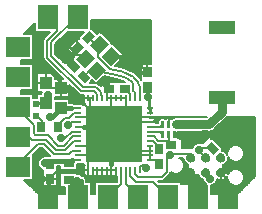
<source format=gtl>
G04 DipTrace 2.4.0.2*
%IN2dB-SBLE.gtl*%
%MOIN*%
%ADD13C,0.008*%
%ADD14C,0.029*%
%ADD15C,0.015*%
%ADD16C,0.006*%
%ADD17C,0.007*%
%ADD18C,0.01*%
%ADD19R,0.0354X0.0276*%
%ADD20R,0.0394X0.0433*%
%ADD21R,0.0276X0.0354*%
%ADD22R,0.0354X0.0295*%
%ADD23R,0.08X0.0669*%
%ADD24R,0.0669X0.08*%
%ADD25R,0.0295X0.0354*%
%ADD26R,0.0197X0.0236*%
%ADD29O,0.0256X0.0079*%
%ADD30O,0.0079X0.0256*%
%ADD31R,0.185X0.185*%
%ADD32C,0.028*%
%ADD34C,0.028*%
%FSLAX44Y44*%
G04*
G70*
G90*
G75*
G01*
%LNTop*%
%LPD*%
X9146Y6353D2*
D13*
X9208D1*
D14*
X10311D1*
X10736Y6778D1*
Y7247D1*
X4862Y7742D2*
D13*
X5040Y7564D1*
X5348D1*
X6258Y4842D2*
Y5172D1*
X7871Y6785D1*
X6258Y4842D2*
X6028D1*
X5971D1*
Y4772D1*
X5186D1*
X5007Y4592D1*
Y4529D1*
X5438Y9106D2*
X5472D1*
X5613Y9247D1*
Y8918D1*
X5848Y8682D1*
X6168D1*
Y8541D1*
X6028Y4846D2*
Y4842D1*
X4702Y8175D2*
Y8531D1*
X4593Y8640D1*
Y8669D1*
Y8506D1*
X5592Y7507D1*
Y7530D1*
X5348Y7564D2*
X5558D1*
X5592Y7530D1*
X5564Y7564D2*
X6074Y7054D1*
X6050D1*
X5908Y7195D1*
X5902D1*
X8315Y6585D2*
X7833D1*
X7597Y6821D1*
X7518D1*
X7282D1*
X7578D1*
X7911D1*
Y6427D1*
X8315D1*
X7282Y6821D2*
X6965Y6822D1*
X6332D1*
X5959Y7195D1*
X5902D1*
X7578Y6821D2*
X7090Y6333D1*
Y5886D1*
X7105Y5872D1*
Y6019D1*
X7871Y6785D1*
X8950Y6353D2*
Y6564D1*
X8548D1*
X8336D1*
X8315Y6585D1*
Y6427D2*
X8412D1*
X8548Y6564D1*
X8245Y8095D2*
X8192Y8042D1*
X7918D1*
X7335Y8624D1*
X7031D1*
X5911Y8896D2*
X5648D1*
X5438Y9106D1*
X10854Y4909D2*
Y4908D1*
X10684Y4738D1*
X9146Y6019D2*
X9449D1*
X9478Y5989D1*
X7045Y7224D2*
Y6902D1*
X6965Y6822D1*
X6888Y7224D2*
X7518D1*
X7045D2*
X7203D1*
X7360D1*
X7518D1*
Y6821D1*
X4937Y3937D2*
Y4460D1*
X5007Y4529D1*
X6415Y4842D2*
X6573D1*
X6730D1*
X6888D1*
X7045D1*
X7203D1*
X5933Y5325D2*
X6323D1*
X6358Y5360D1*
X6725D1*
X6731Y5367D1*
X7104D1*
X7457D1*
X7464Y5373D1*
X7830D1*
X7939Y5482D1*
X8315D1*
Y5640D2*
Y5482D1*
Y5325D1*
Y5167D1*
X5933Y6585D2*
X6839D1*
X7090Y6333D1*
X7045Y4842D2*
Y5308D1*
X7104Y5367D1*
X9537Y5680D2*
Y5931D1*
X9478Y5989D1*
X10054Y5921D2*
X9546D1*
X8645Y5023D2*
X8621D1*
X8489Y5154D1*
X8328D1*
X8315Y5167D1*
Y5325D2*
X7879D1*
X7830Y5373D1*
X10937Y3937D2*
X10837D1*
Y4585D1*
X10684Y4738D1*
X5933Y5640D2*
X6725D1*
X7871Y6785D1*
X8315Y6585D2*
X7985D1*
X7909Y6509D1*
X7992Y6427D1*
X8315D1*
X6888Y7224D2*
Y7466D1*
X6972Y7550D1*
X6332Y6822D2*
Y7151D1*
X6258Y7224D1*
X6415D2*
X5931D1*
X5902Y7195D1*
X5775Y8304D2*
Y8311D1*
X5659Y8427D1*
X5285Y8768D2*
Y8953D1*
X5438Y9106D1*
X7414Y8550D2*
X7790D1*
X8245Y8095D1*
X4575Y9240D2*
Y8687D1*
X4593Y8669D1*
X4545Y4868D2*
Y5287D1*
X4711Y5454D1*
X7677Y8270D2*
X7905Y8042D1*
X7918D1*
X5933Y6270D2*
X6136D1*
D15*
X6888D1*
X7124Y6033D1*
X7045Y4842D2*
D13*
Y5045D1*
D15*
Y5955D1*
X7124Y6033D1*
X8993Y5339D2*
D13*
Y5285D1*
X9089Y5381D1*
X9684D1*
Y5238D1*
X10184Y4738D2*
Y4695D1*
X10332Y4547D1*
X7833Y4842D2*
Y4711D1*
X7942Y4603D1*
X8717D1*
X8883Y4768D1*
Y5229D1*
X8993Y5339D1*
X7990Y4842D2*
Y4943D1*
X8055Y5008D1*
X8102D1*
X8199Y4911D1*
X9963Y5506D2*
Y5460D1*
X10184Y5238D1*
X10416Y5559D2*
X10015D1*
X9963Y5506D1*
X8315Y6112D2*
D16*
X8670D1*
X8758Y6045D1*
X8753Y6019D1*
X5933Y5167D2*
D13*
X5745D1*
D15*
Y5127D1*
X5093D1*
X5007Y5041D1*
X5348Y6895D2*
Y6811D1*
X5269D1*
X5072Y6613D1*
X4986D1*
X4830Y5054D2*
X4994D1*
X5007Y5041D1*
X5612Y5058D2*
Y5132D1*
X5097D1*
X5612Y5135D2*
X4911D1*
X4830Y5054D1*
X5348Y6895D2*
Y6891D1*
X5698D1*
D13*
X5732Y6925D1*
Y6900D1*
X5933D1*
X8753Y6353D2*
D16*
X8669Y6270D1*
X8315D1*
X5937Y9937D2*
D13*
X5896D1*
X5044Y9085D1*
Y8647D1*
X6086Y7606D1*
X6506D1*
G02X6667Y7470I-325J-545D01*
G01*
G02X6730Y7239I-570J-280D01*
G01*
Y7224D1*
X7675D2*
Y7378D1*
X7551Y7502D1*
X7532D1*
X7484Y7550D1*
X6557Y8151D2*
X6345D1*
X6137Y7942D1*
X6557Y8151D2*
X6746D1*
X6814Y8083D1*
G03X7348Y7966I1386J5058D01*
G01*
G02X7722Y7779I-174J-814D01*
G01*
G02X7773Y7665I-64J-97D01*
G01*
Y7482D1*
X7833Y7422D1*
Y7224D1*
X7990D2*
Y7590D1*
G02X7914Y7785I177J182D01*
G01*
G03X7766Y7944I-909J-698D01*
G01*
G03X6989Y8194I-876J-1387D01*
G01*
D17*
X6589Y8594D1*
D13*
Y8832D1*
X6706Y8949D1*
X6641Y9014D1*
X6517D1*
X6273Y9258D1*
X5250Y6273D2*
Y6329D1*
X5488Y6567D1*
X5625D1*
X5800Y6742D1*
X5933D1*
X4699Y6273D2*
X4726D1*
Y6463D1*
X4546Y6642D1*
X4520D1*
Y7036D2*
D18*
Y7067D1*
X4862D1*
Y7073D1*
X8245Y7584D2*
Y7378D1*
X8298Y7325D1*
Y6882D1*
X8315Y6900D1*
Y6742D1*
X4862Y7073D2*
Y7259D1*
X4929Y7326D1*
X8269Y7270D2*
Y7388D1*
X8245Y7412D1*
Y7584D1*
X8950Y6019D2*
D16*
Y5814D1*
X8908D1*
X8970D1*
X9025Y5759D1*
Y5680D1*
X8315Y5955D2*
X8469D1*
X8609Y5814D1*
X8908D1*
X8645Y5535D2*
Y5592D1*
X8440Y5797D1*
X8315D1*
X4937Y9937D2*
D13*
X5232D1*
Y9478D1*
X4904Y9150D1*
Y8583D1*
X6033Y7454D1*
X6472D1*
G02X6569Y7216I-109J-183D01*
G01*
X6573Y7224D1*
X5933Y6427D2*
X5703D1*
X5600Y6324D1*
X5933Y6112D2*
X5718D1*
X5497Y5891D1*
X5357D1*
X5933Y5955D2*
X5761D1*
X5452Y5646D1*
X5261D1*
X4916Y5991D1*
X4508D1*
X4448Y6052D1*
Y6338D1*
X3875Y6912D1*
X3962D1*
X3937Y6937D1*
X5933Y5797D2*
X5802D1*
X5507Y5502D1*
X5204D1*
X4855Y5850D1*
X4397D1*
X4310Y5937D1*
X3937D1*
X5933Y5482D2*
X5742D1*
X5621Y5361D1*
X5145D1*
X4798Y5708D1*
X4602D1*
X3831Y4937D1*
X3937D1*
X7360Y4842D2*
Y4360D1*
X6937Y3937D1*
X7518Y4842D2*
Y4356D1*
X7937Y3937D1*
X7675Y4842D2*
Y4631D1*
X7862Y4444D1*
X8430D1*
X8937Y3937D1*
X5937D2*
D15*
Y4182D1*
X5612Y4507D1*
X5910Y4480D2*
X6041D1*
Y3937D1*
X5937D1*
X9830Y4508D2*
Y4593D1*
X9684Y4738D1*
X9937Y3937D2*
Y4486D1*
X9684Y4738D1*
D34*
X4575Y9240D3*
X5600Y6324D3*
X9478Y5989D3*
X7111Y9578D3*
X5357Y5891D3*
X7414Y8550D3*
X4929Y7326D3*
X8269Y7270D3*
X4986Y6613D3*
X4830Y5054D3*
X5592Y7530D3*
X6828Y7739D3*
X4702Y8175D3*
X4593Y8669D3*
X5438Y9106D3*
X5285Y8768D3*
X5738Y9304D3*
X4545Y4868D3*
X10854Y4909D3*
X5910Y4480D3*
X9830Y4508D3*
X8199Y4911D3*
X9963Y5506D3*
X6028Y4846D3*
X4736Y4549D3*
X5659Y8427D3*
X5902Y7195D3*
X8993Y5339D3*
X10332Y4547D3*
X4711Y5454D3*
X7677Y8270D3*
X8117Y8942D3*
X11051Y6283D3*
X11665Y5225D3*
X10946Y5898D3*
X8192Y9565D3*
X6370Y9789D2*
D16*
X8358D1*
X6370Y9730D2*
X8358D1*
X4446Y9672D2*
X4505D1*
X6370D2*
X8358D1*
X4387Y9613D2*
X4505D1*
X6370D2*
X8358D1*
X4329Y9555D2*
X4505D1*
X6370D2*
X8358D1*
X4271Y9496D2*
X4505D1*
X6422D2*
X8358D1*
X4212Y9438D2*
X4998D1*
X5590D2*
X6122D1*
X6480D2*
X8359D1*
X4154Y9379D2*
X4939D1*
X5531D2*
X6063D1*
X6747D2*
X8359D1*
X4435Y9320D2*
X4880D1*
X5473D2*
X6005D1*
X6805D2*
X8359D1*
X4435Y9262D2*
X4822D1*
X5414D2*
X5958D1*
X6863D2*
X8359D1*
X4435Y9203D2*
X4777D1*
X5355D2*
X5898D1*
X6921D2*
X8359D1*
X4435Y9145D2*
X4765D1*
X5297D2*
X5829D1*
X6980D2*
X8359D1*
X4435Y9086D2*
X4765D1*
X5238D2*
X5771D1*
X7038D2*
X8359D1*
X4435Y9028D2*
X4765D1*
X5182D2*
X5713D1*
X7090D2*
X8359D1*
X4435Y8969D2*
X4765D1*
X5182D2*
X5654D1*
X7156D2*
X8359D1*
X4435Y8911D2*
X4765D1*
X5182D2*
X5601D1*
X7214D2*
X8359D1*
X4435Y8852D2*
X4765D1*
X5182D2*
X5592D1*
X7273D2*
X8359D1*
X4435Y8794D2*
X4765D1*
X5182D2*
X5627D1*
X7332D2*
X8359D1*
X4435Y8735D2*
X4765D1*
X5182D2*
X5685D1*
X7390D2*
X8359D1*
X4435Y8677D2*
X4765D1*
X5207D2*
X5743D1*
X7440D2*
X8359D1*
X4435Y8618D2*
X4765D1*
X5266D2*
X5727D1*
X5767D2*
X5802D1*
X7447D2*
X8359D1*
X4435Y8560D2*
X4767D1*
X5325D2*
X5643D1*
X7409D2*
X8359D1*
X4036Y8501D2*
X4794D1*
X5383D2*
X5585D1*
X7350D2*
X8359D1*
X4036Y8443D2*
X4851D1*
X5442D2*
X5526D1*
X7292D2*
X8359D1*
X4036Y8384D2*
X4909D1*
X7233D2*
X8359D1*
X4435Y8325D2*
X4968D1*
X7175D2*
X8026D1*
X4435Y8267D2*
X5027D1*
X7361D2*
X8009D1*
X4435Y8208D2*
X5085D1*
X7538D2*
X8009D1*
X4435Y8150D2*
X5144D1*
X7671D2*
X8009D1*
X4435Y8091D2*
X5202D1*
X7779D2*
X8009D1*
X4435Y8033D2*
X4567D1*
X5157D2*
X5261D1*
X7870D2*
X8009D1*
X4435Y7974D2*
X4567D1*
X5157D2*
X5320D1*
X7930D2*
X8009D1*
X4435Y7916D2*
X4567D1*
X5157D2*
X5378D1*
X6764D2*
X6945D1*
X4435Y7857D2*
X4567D1*
X6706D2*
X7201D1*
X4435Y7799D2*
X4567D1*
X6380D2*
X6439D1*
X6647D2*
X7433D1*
X4435Y7740D2*
X4567D1*
X6322D2*
X6520D1*
X6566D2*
X6697D1*
X4435Y7682D2*
X4567D1*
X6633D2*
X6697D1*
X4435Y7623D2*
X4567D1*
X4435Y7565D2*
X4567D1*
X5643D2*
X5729D1*
X4037Y7506D2*
X4567D1*
X5643D2*
X5787D1*
X4037Y7448D2*
X4567D1*
X5643D2*
X5846D1*
X4037Y7389D2*
X4700D1*
X5643D2*
X5905D1*
X4435Y7330D2*
X4567D1*
X5643D2*
X5979D1*
X4435Y7272D2*
X4567D1*
X5643D2*
X6120D1*
X5157Y7213D2*
X6120D1*
X5643Y7155D2*
X6120D1*
X5643Y7096D2*
X6127D1*
X5807Y7038D2*
X6101D1*
X8540Y6570D2*
X9104D1*
X10868D2*
X11834D1*
X8518Y6511D2*
X8620D1*
X10809D2*
X11834D1*
X8539Y6452D2*
X8606D1*
X10751D2*
X11834D1*
X8537Y6394D2*
X8606D1*
X10692D2*
X11834D1*
X10634Y6335D2*
X11834D1*
X10576Y6277D2*
X11833D1*
X10518Y6218D2*
X11833D1*
X10454Y6160D2*
X11833D1*
X10205Y6101D2*
X11833D1*
X10263Y6043D2*
X11833D1*
X10322Y5984D2*
X11833D1*
X10369Y5926D2*
X11832D1*
X10429Y5867D2*
X11832D1*
X10498Y5809D2*
X11832D1*
X10556Y5750D2*
X11832D1*
X10615Y5692D2*
X11832D1*
X10674Y5633D2*
X11044D1*
X11324D2*
X11832D1*
X4661Y5575D2*
X4739D1*
X10726D2*
X10970D1*
X11398D2*
X11831D1*
X4603Y5516D2*
X4797D1*
X10735D2*
X10930D1*
X11439D2*
X11831D1*
X4545Y5457D2*
X4856D1*
X10804D2*
X10908D1*
X11461D2*
X11831D1*
X4487Y5399D2*
X4914D1*
X11469D2*
X11831D1*
X4435Y5340D2*
X4973D1*
X11466D2*
X11831D1*
X4435Y5282D2*
X4771D1*
X11448D2*
X11831D1*
X4435Y5223D2*
X4665D1*
X11415D2*
X11831D1*
X4435Y5165D2*
X4620D1*
X10926D2*
X11011D1*
X11357D2*
X11831D1*
X4435Y5106D2*
X4598D1*
X10899D2*
X11831D1*
X4435Y5048D2*
X4591D1*
X10848D2*
X11831D1*
X4435Y4989D2*
X4601D1*
X5887D2*
X6134D1*
X10763D2*
X11831D1*
X4435Y4931D2*
X4627D1*
X5242D2*
X5337D1*
X5887D2*
X6120D1*
X10846D2*
X11831D1*
X4435Y4872D2*
X4679D1*
X5242D2*
X5337D1*
X5887D2*
X6120D1*
X10898D2*
X11830D1*
X4435Y4814D2*
X4771D1*
X5242D2*
X6120D1*
X10925D2*
X11014D1*
X11355D2*
X11830D1*
X4435Y4755D2*
X4771D1*
X5242D2*
X6120D1*
X11414D2*
X11830D1*
X4435Y4697D2*
X4771D1*
X5242D2*
X5337D1*
X5999D2*
X6133D1*
X11448D2*
X11830D1*
X4435Y4638D2*
X4771D1*
X5242D2*
X5337D1*
X6099D2*
X6189D1*
X11465D2*
X11830D1*
X4435Y4580D2*
X4771D1*
X5242D2*
X5337D1*
X6181D2*
X7222D1*
X11469D2*
X11792D1*
X4435Y4521D2*
X4771D1*
X5242D2*
X5337D1*
X6209D2*
X7222D1*
X10808D2*
X10908D1*
X11461D2*
X11733D1*
X4185Y4462D2*
X4771D1*
X5242D2*
X5337D1*
X6214D2*
X7222D1*
X10555D2*
X10929D1*
X11440D2*
X11674D1*
X4243Y4404D2*
X4771D1*
X5242D2*
X5337D1*
X6370D2*
X6505D1*
X10521D2*
X10969D1*
X11400D2*
X11615D1*
X4301Y4345D2*
X4771D1*
X5242D2*
X5337D1*
X6370D2*
X6505D1*
X10453D2*
X11041D1*
X11327D2*
X11556D1*
X4359Y4287D2*
X4771D1*
X5242D2*
X5337D1*
X6370D2*
X6505D1*
X10370D2*
X11497D1*
X4418Y4228D2*
X5504D1*
X6370D2*
X6505D1*
X10370D2*
X11438D1*
X4476Y4170D2*
X5504D1*
X6370D2*
X6505D1*
X10370D2*
X11379D1*
X4534Y4111D2*
X5504D1*
X6370D2*
X6505D1*
X10370D2*
X11320D1*
X4592Y4053D2*
X5504D1*
X6370D2*
X6505D1*
X10370D2*
X11261D1*
X8930Y6554D2*
X8999D1*
X9033Y6547D1*
X9049Y6540D1*
X9073Y6550D1*
X9122Y6575D1*
X9151Y6584D1*
X9180Y6589D1*
X9267Y6591D1*
X10213D1*
X10210Y6610D1*
X8533Y6609D1*
X8535Y6579D1*
X8530Y6549D1*
X8519Y6521D1*
X8509Y6506D1*
X8521Y6486D1*
X8532Y6458D1*
X8535Y6429D1*
X8533Y6403D1*
X8530Y6392D1*
X8611D1*
Y6462D1*
X8616Y6491D1*
X8630Y6517D1*
X8651Y6538D1*
X8678Y6550D1*
X8703Y6554D1*
X8802D1*
X8836Y6547D1*
X8852Y6540D1*
X8880Y6552D1*
X8930Y6554D1*
X6006Y9316D2*
X6135Y9445D1*
X5591D1*
X5176Y9030D1*
X5177Y8876D1*
Y8703D1*
X5485Y8394D1*
X5491Y8402D1*
X5691Y8600D1*
X5712Y8612D1*
X5735Y8618D1*
X5759Y8619D1*
X5782Y8613D1*
X5796Y8606D1*
X5808Y8618D1*
X5616Y8812D1*
X5604Y8832D1*
X5597Y8855D1*
Y8879D1*
X5603Y8902D1*
X5615Y8923D1*
X5649Y8959D1*
X5883Y9192D1*
X5904Y9204D1*
X5927Y9210D1*
X5950D1*
X5961Y9208D1*
X5959Y9217D1*
X5960Y9247D1*
X5970Y9275D1*
X5985Y9295D1*
X6006Y9316D1*
X6388Y9524D2*
X6552Y9361D1*
X6589Y9399D1*
X6614Y9417D1*
X6642Y9425D1*
X6672D1*
X6700Y9415D1*
X6720Y9399D1*
X7026Y9093D1*
X7044Y9069D1*
X7054Y9036D1*
X7078Y9030D1*
X7099Y9019D1*
X7127Y8993D1*
X7424Y8694D1*
X7436Y8674D1*
X7442Y8651D1*
Y8627D1*
X7436Y8604D1*
X7425Y8583D1*
X7391Y8547D1*
X7153Y8309D1*
X7181Y8305D1*
X7355Y8267D1*
X7524Y8212D1*
X7687Y8140D1*
X7831Y8059D1*
X7858Y8039D1*
X7935Y7964D1*
X8014Y7871D1*
X8034Y7840D1*
X8044Y7851D1*
X8029Y7870D1*
X8019Y7892D1*
X8015Y7915D1*
X8016Y8284D1*
X8022Y8308D1*
X8034Y8328D1*
X8051Y8345D1*
X8071Y8357D1*
X8094Y8364D1*
X8143Y8365D1*
X8365D1*
X8364Y9846D1*
X6364Y9847D1*
Y9548D1*
X6388Y9524D1*
X6410Y7834D2*
X6315Y7739D1*
X6506Y7738D1*
X6536Y7735D1*
X6560Y7727D1*
X6608Y7696D1*
X6688Y7637D1*
X6703Y7621D1*
Y7780D1*
X7483D1*
X7405Y7813D1*
X7318Y7837D1*
X7186Y7861D1*
X6795Y7951D1*
X6609Y7765D1*
X6584Y7748D1*
X6556Y7739D1*
X6526Y7740D1*
X6498Y7750D1*
X6478Y7765D1*
X6410Y7834D1*
X5151Y7204D2*
X5637D1*
Y7059D1*
X5698D1*
X5747Y7057D1*
X5780Y7049D1*
X5810Y7032D1*
X5804Y7036D1*
X5822Y7032D1*
X6022Y7031D1*
X6030D1*
X6059Y7026D1*
X6086Y7014D1*
X6107Y6999D1*
Y7051D1*
X6156Y7052D1*
X6140Y7077D1*
X6130Y7105D1*
X6126Y7135D1*
X6127Y7321D1*
X6033D1*
X6003Y7325D1*
X5975Y7335D1*
X5949Y7351D1*
X5813Y7487D1*
X5637Y7662D1*
Y7255D1*
X5152D1*
X5151Y7203D1*
Y7873D2*
X5427D1*
X4810Y8489D1*
X4792Y8513D1*
X4779Y8540D1*
X4772Y8570D1*
X4771Y8762D1*
Y9150D1*
X4775Y9180D1*
X4785Y9208D1*
X4801Y9234D1*
X4937Y9371D1*
X5011Y9444D1*
X4510Y9445D1*
Y9741D1*
X4133Y9364D1*
X4429D1*
Y8510D1*
X4030D1*
Y8363D1*
X4429Y8364D1*
Y7510D1*
X4030D1*
X4031Y7448D1*
Y7363D1*
X4133Y7364D1*
X4429D1*
Y7247D1*
X4573D1*
Y7382D1*
X4703D1*
X4721Y7430D1*
X4724Y7434D1*
X4573Y7433D1*
Y8051D1*
X5151D1*
Y7873D1*
X4806Y5311D2*
X5009D1*
X4743Y5576D1*
X4657D1*
X4429Y5348D1*
Y4510D1*
X4133D1*
X4613Y4026D1*
X5511D1*
X5510Y4267D1*
X5342D1*
Y4747D1*
X5881D1*
Y4710D1*
X5922Y4711D1*
X5952Y4708D1*
X5981Y4701D1*
X6009Y4690D1*
X6035Y4675D1*
X6059Y4658D1*
X6074Y4643D1*
X6105Y4634D1*
X6132Y4620D1*
X6155Y4601D1*
X6175Y4579D1*
X6191Y4554D1*
X6202Y4526D1*
X6207Y4496D1*
X6208Y4430D1*
X6364Y4429D1*
Y4026D1*
X6486D1*
X6509D1*
X6510Y4342D1*
Y4429D1*
X7227D1*
X7228Y4625D1*
X7206Y4622D1*
X7176Y4625D1*
X7148Y4634D1*
X7124Y4648D1*
X7106Y4637D1*
X7078Y4626D1*
X7049Y4622D1*
X7019Y4625D1*
X6991Y4634D1*
X6966Y4648D1*
X6949Y4637D1*
X6921Y4626D1*
X6891Y4622D1*
X6862Y4625D1*
X6833Y4634D1*
X6809Y4648D1*
X6791Y4637D1*
X6763Y4626D1*
X6734Y4622D1*
X6704Y4625D1*
X6676Y4634D1*
X6651Y4648D1*
X6634Y4637D1*
X6606Y4626D1*
X6576Y4622D1*
X6547Y4625D1*
X6518Y4634D1*
X6494Y4648D1*
X6476Y4637D1*
X6448Y4626D1*
X6419Y4622D1*
X6389Y4625D1*
X6361Y4634D1*
X6336Y4648D1*
X6319Y4637D1*
X6291Y4626D1*
X6261Y4622D1*
X6232Y4625D1*
X6203Y4634D1*
X6178Y4649D1*
X6156Y4670D1*
X6140Y4695D1*
X6130Y4723D1*
X6126Y4753D1*
X6127Y4942D1*
X6133Y4971D1*
X6145Y4999D1*
X6157Y5016D1*
X6107D1*
Y5067D1*
X6077Y5048D1*
X6049Y5038D1*
X6022Y5036D1*
X5884Y5035D1*
X5881Y5029D1*
Y4818D1*
X5342D1*
Y4959D1*
X5237Y4960D1*
Y4772D1*
Y4260D1*
X4776D1*
Y4828D1*
X4748Y4836D1*
X4721Y4849D1*
X4695Y4864D1*
X4672Y4883D1*
X4651Y4905D1*
X4634Y4929D1*
X4619Y4955D1*
X4609Y4983D1*
X4601Y5012D1*
X4598Y5042D1*
Y5072D1*
X4603Y5101D1*
X4611Y5130D1*
X4622Y5158D1*
X4637Y5184D1*
X4656Y5207D1*
X4677Y5228D1*
X4700Y5247D1*
X4726Y5262D1*
X4754Y5273D1*
X4776Y5280D1*
Y5311D1*
X4806D1*
X10364Y4294D2*
Y4026D1*
X10525D1*
X11239D1*
X11835Y4617D1*
X11841Y6606D1*
X10899D1*
X10478Y6185D1*
X10456Y6166D1*
X10431Y6149D1*
X10405Y6135D1*
X10376Y6125D1*
X10347Y6119D1*
X10311Y6116D1*
X10185D1*
X10350Y5949D1*
X10362Y5929D1*
X10368Y5906D1*
X10369Y5882D1*
X10367Y5871D1*
X10376Y5873D1*
X10405Y5872D1*
X10433Y5862D1*
X10454Y5847D1*
X10704Y5596D1*
X10722Y5572D1*
X10730Y5544D1*
Y5514D1*
X10719Y5485D1*
Y5483D1*
X10761Y5473D1*
X10801Y5456D1*
X10837Y5433D1*
X10868Y5403D1*
X10894Y5369D1*
X10910Y5338D1*
X10905Y5379D1*
X10906Y5409D1*
X10910Y5439D1*
X10917Y5468D1*
X10927Y5496D1*
X10940Y5523D1*
X10956Y5548D1*
X10974Y5572D1*
X10995Y5593D1*
X11018Y5612D1*
X11043Y5629D1*
X11069Y5643D1*
X11097Y5653D1*
X11126Y5661D1*
X11156Y5666D1*
X11185Y5667D1*
X11215Y5666D1*
X11245Y5661D1*
X11274Y5653D1*
X11301Y5642D1*
X11328Y5628D1*
X11353Y5611D1*
X11375Y5592D1*
X11396Y5570D1*
X11414Y5546D1*
X11430Y5521D1*
X11443Y5494D1*
X11453Y5466D1*
X11459Y5437D1*
X11464Y5388D1*
X11462Y5358D1*
X11457Y5329D1*
X11449Y5300D1*
X11438Y5272D1*
X11424Y5246D1*
X11408Y5221D1*
X11389Y5198D1*
X11367Y5177D1*
X11343Y5159D1*
X11318Y5143D1*
X11291Y5130D1*
X11263Y5120D1*
X11234Y5114D1*
X11204Y5110D1*
X11174Y5109D1*
X11144Y5112D1*
X11115Y5118D1*
X11086Y5127D1*
X11059Y5139D1*
X11033Y5154D1*
X11009Y5171D1*
X10987Y5191D1*
X10967Y5214D1*
X10949Y5238D1*
X10928Y5278D1*
X10931Y5228D1*
X10925Y5185D1*
X10912Y5144D1*
X10893Y5106D1*
X10866Y5072D1*
X10835Y5043D1*
X10799Y5020D1*
X10759Y5003D1*
X10757D1*
X10758Y4974D1*
X10787Y4963D1*
X10816Y4947D1*
X10851Y4921D1*
X10880Y4889D1*
X10903Y4853D1*
X10918Y4819D1*
X10929Y4777D1*
X10932Y4734D1*
X10929Y4700D1*
X10956Y4748D1*
X10974Y4772D1*
X10995Y4793D1*
X11018Y4812D1*
X11043Y4829D1*
X11069Y4843D1*
X11097Y4853D1*
X11126Y4861D1*
X11156Y4866D1*
X11185Y4867D1*
X11215Y4866D1*
X11245Y4861D1*
X11274Y4853D1*
X11301Y4842D1*
X11328Y4828D1*
X11353Y4811D1*
X11375Y4792D1*
X11396Y4770D1*
X11414Y4746D1*
X11430Y4721D1*
X11443Y4694D1*
X11453Y4666D1*
X11459Y4637D1*
X11464Y4588D1*
X11462Y4558D1*
X11457Y4529D1*
X11449Y4500D1*
X11438Y4472D1*
X11424Y4446D1*
X11408Y4421D1*
X11389Y4398D1*
X11367Y4377D1*
X11343Y4359D1*
X11318Y4343D1*
X11291Y4330D1*
X11263Y4320D1*
X11234Y4314D1*
X11204Y4310D1*
X11174Y4309D1*
X11144Y4312D1*
X11115Y4318D1*
X11086Y4327D1*
X11059Y4339D1*
X11033Y4354D1*
X11009Y4371D1*
X10987Y4391D1*
X10967Y4414D1*
X10949Y4438D1*
X10934Y4464D1*
X10923Y4491D1*
X10914Y4520D1*
X10908Y4549D1*
X10905Y4579D1*
X10906Y4609D1*
X10909Y4635D1*
X10893Y4606D1*
X10867Y4572D1*
X10835Y4543D1*
X10799Y4520D1*
X10760Y4503D1*
X10718Y4494D1*
X10674Y4491D1*
X10638Y4495D1*
X10596Y4507D1*
X10563Y4523D1*
X10557Y4488D1*
X10548Y4459D1*
X10535Y4433D1*
X10518Y4408D1*
X10499Y4385D1*
X10476Y4365D1*
X10452Y4348D1*
X10425Y4334D1*
X10397Y4324D1*
X10374Y4319D1*
X10369Y4305D1*
X5911Y9206D2*
Y8896D1*
X5601D2*
X5911D1*
X5775Y8615D2*
Y8304D1*
X5348Y7873D2*
Y7255D1*
Y7564D2*
X5637D1*
X6972Y7780D2*
Y7550D1*
X8245Y8365D2*
Y8095D1*
X8015D2*
X8245D1*
X5007Y4529D2*
Y4260D1*
X4777Y4529D2*
X5237D1*
X4862Y8051D2*
Y7742D1*
X4573D2*
X4862D1*
X10054Y5921D2*
X10365D1*
X10684Y4738D2*
Y4491D1*
Y4738D2*
X10932D1*
X6258Y4842D2*
Y4622D1*
X6126Y4842D2*
X6258D1*
X6415D2*
Y4622D1*
X6573Y4842D2*
Y4622D1*
X6730Y4842D2*
Y4622D1*
X6888Y4842D2*
Y4622D1*
X7045Y4842D2*
Y4622D1*
X7203Y4842D2*
Y4622D1*
X8315Y6427D2*
X8535D1*
X8315Y6585D2*
X8535D1*
X6126Y7224D2*
X6258D1*
X7031Y8624D2*
X7442D1*
X9382Y5191D2*
X9436D1*
X9456Y5074D2*
X9494D1*
X9468Y5015D2*
X9573D1*
X9467Y4956D2*
X9573D1*
X9454Y4898D2*
X9573D1*
X9426Y4839D2*
X9573D1*
X9377Y4781D2*
X9573D1*
X9013Y4722D2*
X9094D1*
X9275D2*
X9573D1*
X8972Y4664D2*
X9943D1*
X8913Y4605D2*
X9970D1*
X8855Y4547D2*
X10022D1*
X8789Y4488D2*
X10101D1*
X8637Y4430D2*
X10126D1*
X9938Y4371D2*
X10175D1*
X9438Y5221D2*
Y5248D1*
X9415Y5249D1*
X9283D1*
X9328Y5228D1*
X9353Y5211D1*
X9375Y5192D1*
X9396Y5170D1*
X9414Y5146D1*
X9430Y5121D1*
X9443Y5094D1*
X9453Y5066D1*
X9459Y5037D1*
X9464Y4988D1*
X9462Y4958D1*
X9457Y4929D1*
X9449Y4900D1*
X9438Y4872D1*
X9424Y4846D1*
X9408Y4821D1*
X9389Y4798D1*
X9367Y4777D1*
X9343Y4759D1*
X9318Y4743D1*
X9291Y4730D1*
X9263Y4720D1*
X9234Y4714D1*
X9204Y4710D1*
X9174Y4709D1*
X9144Y4712D1*
X9115Y4718D1*
X9086Y4727D1*
X9059Y4739D1*
X9016Y4766D1*
X9014Y4751D1*
X9007Y4722D1*
X8994Y4695D1*
X8956Y4654D1*
X8811Y4509D1*
X8788Y4490D1*
X8761Y4478D1*
X8731Y4471D1*
X8591Y4470D1*
X8633Y4429D1*
X8929D1*
X9364D1*
Y4374D1*
X10182Y4370D1*
X10154Y4398D1*
X10136Y4423D1*
X10122Y4449D1*
X10111Y4477D1*
X10104Y4505D1*
X10068Y4520D1*
X10032Y4544D1*
X10000Y4573D1*
X9975Y4608D1*
X9955Y4646D1*
X9948Y4668D1*
X9579Y4669D1*
Y5015D1*
X9554Y5028D1*
X9518Y5056D1*
X9489Y5088D1*
X9466Y5124D1*
X9449Y5164D1*
X9440Y5206D1*
X9438Y5221D1*
X9229Y6067D2*
X10261D1*
X9230Y6008D2*
X10253D1*
X9230Y5950D2*
X10247D1*
X9302Y5891D2*
X10234D1*
X9398Y5833D2*
X10175D1*
X9471Y5774D2*
X10116D1*
X9543Y5716D2*
X9857D1*
X9616Y5657D2*
X9780D1*
X9688Y5599D2*
X9744D1*
X9263Y5910D2*
X9294D1*
Y5892D1*
X9381Y5842D1*
X9717Y5571D1*
X9745Y5584D1*
X9755Y5610D1*
X9770Y5636D1*
X9789Y5660D1*
X9810Y5681D1*
X9833Y5699D1*
X9859Y5714D1*
X9887Y5726D1*
X9916Y5734D1*
X9945Y5738D1*
X9975D1*
X10005Y5735D1*
X10034Y5727D1*
X10059Y5718D1*
X10086Y5739D1*
X10246Y5897D1*
X10273Y6117D1*
X9892Y6116D1*
X9223D1*
X9225Y5932D1*
X9264Y5909D1*
G36*
X10302Y7031D2*
Y7464D1*
X11169D1*
Y7031D1*
X10302D1*
G37*
G36*
Y9353D2*
Y9786D1*
X11169D1*
Y9353D1*
X10302D1*
G37*
G36*
X9196Y6245D2*
X9097D1*
Y6462D1*
X9196D1*
Y6245D1*
G37*
G36*
X8999D2*
X8900D1*
Y6462D1*
X8999D1*
Y6245D1*
G37*
G36*
X8802D2*
X8703D1*
Y6462D1*
X8802D1*
Y6245D1*
G37*
G36*
Y5910D2*
X8703D1*
Y6127D1*
X8802D1*
Y5910D1*
G37*
G36*
X8999D2*
X8900D1*
Y6127D1*
X8999D1*
Y5910D1*
G37*
G36*
X9196D2*
X9097D1*
Y6127D1*
X9196D1*
Y5910D1*
G37*
G36*
X6245Y9035D2*
X6051Y9230D1*
X6301Y9480D1*
X6496Y9285D1*
X6245Y9035D1*
G37*
G36*
X5884Y8673D2*
X5689Y8868D1*
X5939Y9118D1*
X6134Y8924D1*
X5884Y8673D1*
G37*
G36*
X6360Y7915D2*
X6165Y7720D1*
X5914Y7970D1*
X6109Y8165D1*
X6360Y7915D1*
G37*
G36*
X5998Y8276D2*
X5803Y8082D1*
X5552Y8332D1*
X5747Y8527D1*
X5998Y8276D1*
G37*
D19*
X9025Y5680D3*
X9537D3*
D20*
X5348Y6895D3*
Y7564D3*
D19*
X7484Y7550D3*
X6972D3*
G36*
X8107Y7761D2*
X8383D1*
Y7406D1*
X8107D1*
Y7761D1*
G37*
G36*
Y8272D2*
X8383D1*
Y7918D1*
X8107D1*
Y8272D1*
G37*
D21*
X8645Y5535D3*
Y5023D3*
X5007Y5041D3*
Y4529D3*
D20*
X4862Y7073D3*
Y7742D3*
D22*
X5612Y5058D3*
Y4507D3*
D23*
X3937Y8937D3*
Y7937D3*
Y6937D3*
Y5937D3*
Y4937D3*
D24*
X4937Y9937D3*
X5937D3*
X6937Y3937D3*
X7937D3*
X8937D3*
D25*
X5250Y6273D3*
X4699D3*
D26*
X4520Y6642D3*
Y7036D3*
D24*
X4937Y3937D3*
X5937D3*
X9937D3*
X10937D3*
G36*
X10277Y5893D2*
X10082Y5698D1*
X9832Y5949D1*
X10026Y6144D1*
X10277Y5893D1*
G37*
G36*
X10639Y5531D2*
X10444Y5336D1*
X10193Y5587D1*
X10388Y5782D1*
X10639Y5531D1*
G37*
G36*
X9839Y5238D2*
X9837Y5265D1*
X9830Y5291D1*
X9819Y5316D1*
X9803Y5338D1*
X9784Y5357D1*
X9762Y5373D1*
X9737Y5384D1*
X9711Y5391D1*
X9684Y5393D1*
D1*
X9657Y5391D1*
X9631Y5384D1*
X9607Y5373D1*
X9585Y5357D1*
X9566Y5338D1*
X9550Y5316D1*
X9539Y5291D1*
X9532Y5265D1*
X9529Y5238D1*
D1*
X9532Y5211D1*
X9539Y5185D1*
X9550Y5161D1*
X9566Y5139D1*
X9585Y5120D1*
X9607Y5104D1*
X9631Y5093D1*
X9657Y5086D1*
X9684Y5083D1*
D1*
X9711Y5086D1*
X9737Y5093D1*
X9762Y5104D1*
X9784Y5120D1*
X9803Y5139D1*
X9819Y5161D1*
X9830Y5185D1*
X9837Y5211D1*
X9839Y5238D1*
G37*
G36*
X10339D2*
X10337Y5265D1*
X10330Y5291D1*
X10319Y5316D1*
X10303Y5338D1*
X10284Y5357D1*
X10262Y5373D1*
X10237Y5384D1*
X10211Y5391D1*
X10184Y5393D1*
D1*
X10157Y5391D1*
X10131Y5384D1*
X10107Y5373D1*
X10085Y5357D1*
X10066Y5338D1*
X10050Y5316D1*
X10039Y5291D1*
X10032Y5265D1*
X10029Y5238D1*
D1*
X10032Y5211D1*
X10039Y5185D1*
X10050Y5161D1*
X10066Y5139D1*
X10085Y5120D1*
X10107Y5104D1*
X10131Y5093D1*
X10157Y5086D1*
X10184Y5083D1*
D1*
X10211Y5086D1*
X10237Y5093D1*
X10262Y5104D1*
X10284Y5120D1*
X10303Y5139D1*
X10319Y5161D1*
X10330Y5185D1*
X10337Y5211D1*
X10339Y5238D1*
G37*
G36*
X10839D2*
X10837Y5265D1*
X10830Y5291D1*
X10819Y5316D1*
X10803Y5338D1*
X10784Y5357D1*
X10762Y5373D1*
X10737Y5384D1*
X10711Y5391D1*
X10684Y5393D1*
D1*
X10657Y5391D1*
X10631Y5384D1*
X10607Y5373D1*
X10585Y5357D1*
X10566Y5338D1*
X10550Y5316D1*
X10539Y5291D1*
X10532Y5265D1*
X10529Y5238D1*
D1*
X10532Y5211D1*
X10539Y5185D1*
X10550Y5161D1*
X10566Y5139D1*
X10585Y5120D1*
X10607Y5104D1*
X10631Y5093D1*
X10657Y5086D1*
X10684Y5083D1*
D1*
X10711Y5086D1*
X10737Y5093D1*
X10762Y5104D1*
X10784Y5120D1*
X10803Y5139D1*
X10819Y5161D1*
X10830Y5185D1*
X10837Y5211D1*
X10839Y5238D1*
G37*
G36*
Y4738D2*
X10837Y4765D1*
X10830Y4791D1*
X10819Y4816D1*
X10803Y4838D1*
X10784Y4857D1*
X10762Y4873D1*
X10737Y4884D1*
X10711Y4891D1*
X10684Y4893D1*
D1*
X10657Y4891D1*
X10631Y4884D1*
X10607Y4873D1*
X10585Y4857D1*
X10566Y4838D1*
X10550Y4816D1*
X10539Y4791D1*
X10532Y4765D1*
X10529Y4738D1*
D1*
X10532Y4711D1*
X10539Y4685D1*
X10550Y4661D1*
X10566Y4639D1*
X10585Y4620D1*
X10607Y4604D1*
X10631Y4593D1*
X10657Y4586D1*
X10684Y4583D1*
D1*
X10711Y4586D1*
X10737Y4593D1*
X10762Y4604D1*
X10784Y4620D1*
X10803Y4639D1*
X10819Y4661D1*
X10830Y4685D1*
X10837Y4711D1*
X10839Y4738D1*
G37*
G36*
X10339D2*
X10337Y4765D1*
X10330Y4791D1*
X10319Y4816D1*
X10303Y4838D1*
X10284Y4857D1*
X10262Y4873D1*
X10237Y4884D1*
X10211Y4891D1*
X10184Y4893D1*
D1*
X10157Y4891D1*
X10131Y4884D1*
X10107Y4873D1*
X10085Y4857D1*
X10066Y4838D1*
X10050Y4816D1*
X10039Y4791D1*
X10032Y4765D1*
X10029Y4738D1*
D1*
X10032Y4711D1*
X10039Y4685D1*
X10050Y4661D1*
X10066Y4639D1*
X10085Y4620D1*
X10107Y4604D1*
X10131Y4593D1*
X10157Y4586D1*
X10184Y4583D1*
D1*
X10211Y4586D1*
X10237Y4593D1*
X10262Y4604D1*
X10284Y4620D1*
X10303Y4639D1*
X10319Y4661D1*
X10330Y4685D1*
X10337Y4711D1*
X10339Y4738D1*
G37*
G36*
X9839D2*
X9837Y4765D1*
X9830Y4791D1*
X9819Y4816D1*
X9803Y4838D1*
X9784Y4857D1*
X9762Y4873D1*
X9737Y4884D1*
X9711Y4891D1*
X9684Y4893D1*
D1*
X9657Y4891D1*
X9631Y4884D1*
X9607Y4873D1*
X9585Y4857D1*
X9566Y4838D1*
X9550Y4816D1*
X9539Y4791D1*
X9532Y4765D1*
X9529Y4738D1*
D1*
X9532Y4711D1*
X9539Y4685D1*
X9550Y4661D1*
X9566Y4639D1*
X9585Y4620D1*
X9607Y4604D1*
X9631Y4593D1*
X9657Y4586D1*
X9684Y4583D1*
D1*
X9711Y4586D1*
X9737Y4593D1*
X9762Y4604D1*
X9784Y4620D1*
X9803Y4639D1*
X9819Y4661D1*
X9830Y4685D1*
X9837Y4711D1*
X9839Y4738D1*
G37*
D29*
X5933Y6900D3*
Y6742D3*
Y6585D3*
Y6427D3*
Y6270D3*
Y6112D3*
Y5955D3*
Y5797D3*
Y5640D3*
Y5482D3*
Y5325D3*
Y5167D3*
D30*
X6258Y4842D3*
X6415D3*
X6573D3*
X6730D3*
X6888D3*
X7045D3*
X7203D3*
X7360D3*
X7518D3*
X7675D3*
X7833D3*
X7990D3*
D29*
X8315Y5167D3*
Y5325D3*
Y5482D3*
Y5640D3*
Y5797D3*
Y5955D3*
Y6112D3*
Y6270D3*
Y6427D3*
Y6585D3*
Y6742D3*
Y6900D3*
D30*
X7990Y7224D3*
X7833D3*
X7675D3*
X7518D3*
X7360D3*
X7203D3*
X7045D3*
X6888D3*
X6730D3*
X6573D3*
X6415D3*
X6258D3*
D31*
X7124Y6033D3*
D32*
X6372Y6183D3*
X6672D3*
X6972D3*
X7272D3*
X7572D3*
X7872D3*
X6372Y5881D3*
X6672D3*
X6972D3*
X7272D3*
X7572D3*
X7872D3*
X6374Y6483D3*
X6674D3*
X6974D3*
X7274D3*
X7574D3*
X7874D3*
X6372Y5579D3*
X6672D3*
X6972D3*
X7272D3*
X7572D3*
X7872D3*
X6372Y5277D3*
X6672D3*
X6972D3*
X7272D3*
X7572D3*
X7872D3*
X6371Y6785D3*
X6671D3*
X6971D3*
X7271D3*
X7571D3*
X7871D3*
G36*
X6961Y9028D2*
X6627Y8694D1*
X6321Y9000D1*
X6655Y9334D1*
X6961Y9028D1*
G37*
G36*
X6488Y8555D2*
X6154Y8220D1*
X5847Y8527D1*
X6181Y8861D1*
X6488Y8555D1*
G37*
G36*
X6877Y8165D2*
X6543Y7831D1*
X6237Y8137D1*
X6571Y8471D1*
X6877Y8165D1*
G37*
G36*
X7351Y8638D2*
X7017Y8304D1*
X6710Y8610D1*
X7044Y8944D1*
X7351Y8638D1*
G37*
M02*

</source>
